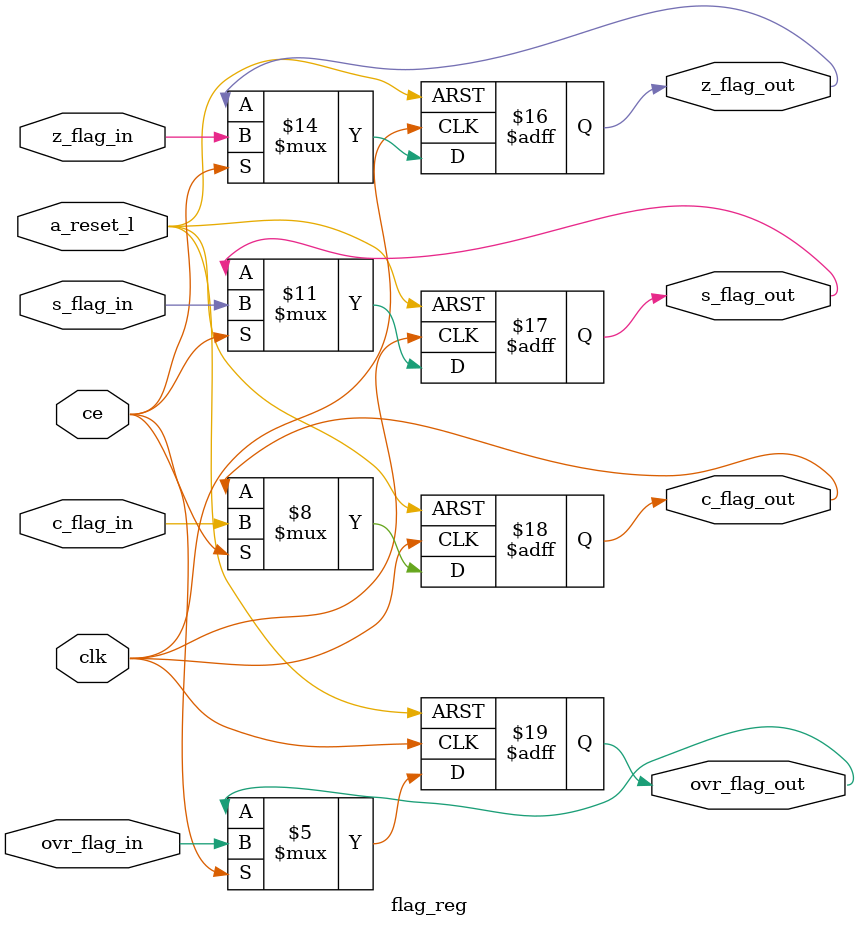
<source format=v>
`timescale 1ns/10ps
module flag_reg (
	clk,
	a_reset_l,
	ce,
	z_flag_in,
	s_flag_in,
	c_flag_in,
	ovr_flag_in,
	z_flag_out,
	s_flag_out,
	c_flag_out,
	ovr_flag_out
);
	input 	clk;
	input 	a_reset_l;
	input 	ce;
	input 	z_flag_in;
	input 	s_flag_in;
	input 	c_flag_in;
	input 	ovr_flag_in;
	
	output 	z_flag_out;
	output 	s_flag_out;
	output 	c_flag_out;
	output 	ovr_flag_out;
	
	reg 	z_flag_out;
	reg 	s_flag_out;
	reg 	c_flag_out;
	reg 	ovr_flag_out;	
	
always @(posedge clk or negedge a_reset_l)
	begin
		if (a_reset_l == 1'b0)
		    begin
				z_flag_out		= 1'b0;
				s_flag_out		= 1'b0;	
				c_flag_out		= 1'b0;
				ovr_flag_out	= 1'b0;	
			end	
		else if (ce == 1'b1)
			begin
				z_flag_out		= z_flag_in;
				s_flag_out		= s_flag_in;	
				c_flag_out		= c_flag_in;
				ovr_flag_out	= ovr_flag_in;	
			end
	end // always @ (posedge clk or negedge a_reset_l)
endmodule //


</source>
